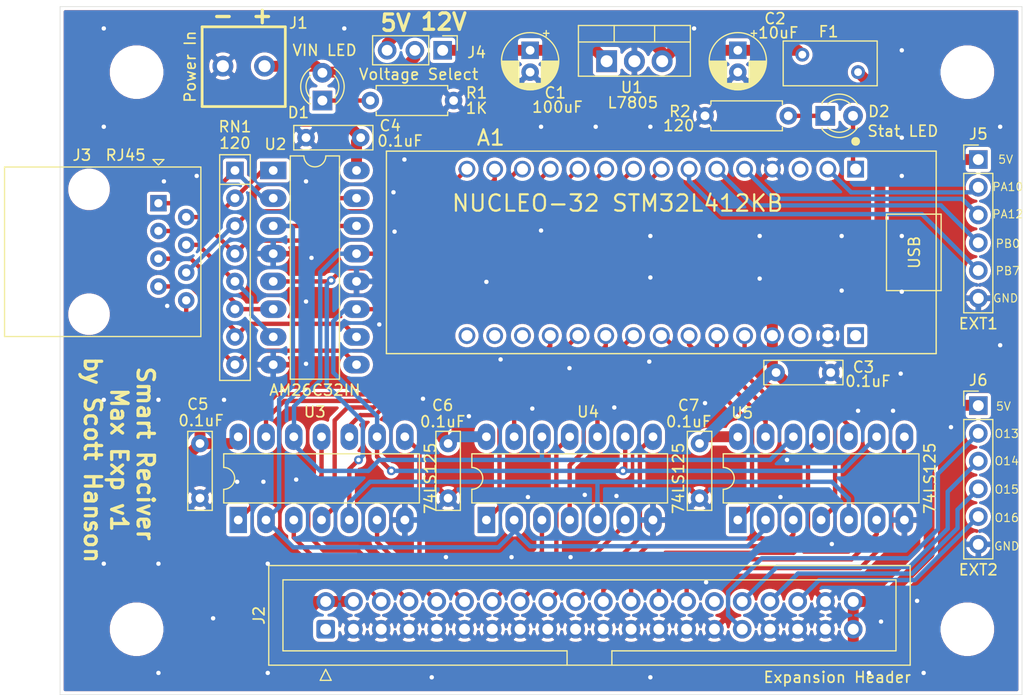
<source format=kicad_pcb>
(kicad_pcb (version 20171130) (host pcbnew "(5.1.9)-1")
  (title_block (title "Smart Reciver Max Exp") (date 2021-01-06) (rev v1) (company "Scott Hanson"))
  (layers (0 F.Cu signal) (31 B.Cu signal) (34 B.Paste user) (35 F.Paste user) (36 B.SilkS user) (37 F.SilkS user) (38 B.Mask user) (39 F.Mask user) (44 Edge.Cuts user))
  (net 0 "")
  (net 1 GND)
  (net 2 /PWR)
  (net 3 +5V)
  (net 4 +3V3)
  (net 5 VIN2)
  (net 6 EN4B)
  (net 7 EN3B)
  (net 8 EN2B)
  (net 9 EN1B)
  (net 10 EN4A)
  (net 11 EN3A)
  (net 12 EN2A)
  (net 13 EN1A)
  (net 14 EN4C)
  (net 15 EN3C)
  (net 16 EN2C)
  (net 17 EN1C)
  (net 18 DATA4)
  (net 19 DATA3)
  (net 20 DATA2)
  (net 21 DATA1)
  (net 22 "Net-(A1-Pad3.1)")
  (net 23 "Net-(A1-Pad4.1)")
  (net 24 "Net-(A1-Pad3.3)")
  (net 25 "Net-(A1-Pad4.3)")
  (net 26 "Net-(A1-Pad4.13)")
  (net 27 "Net-(A1-Pad4.15)")
  (net 28 /Serial/Serial4_N)
  (net 29 /Serial/Serial4_P)
  (net 30 /Serial/Serial2_N)
  (net 31 /Serial/Serial3_P)
  (net 32 /Serial/Serial3_N)
  (net 33 /Serial/Serial2_P)
  (net 34 /Serial/Serial1_N)
  (net 35 /Serial/Serial1_P)
  (net 36 5IN)
  (net 37 "Net-(J2-Pad30)")
  (net 38 OUT12)
  (net 39 OUT11)
  (net 40 OUT10)
  (net 41 OUT9)
  (net 42 OUT8)
  (net 43 OUT7)
  (net 44 OUT6)
  (net 45 OUT5)
  (net 46 OUT4)
  (net 47 OUT3)
  (net 48 OUT2)
  (net 49 OUT1)
  (net 50 "Net-(J2-Pad1)")
  (net 51 PA10)
  (net 52 PA12)
  (net 53 PB0)
  (net 54 PB7)
  (net 55 OUT16)
  (net 56 OUT15)
  (net 57 OUT14)
  (net 58 OUT13)
  (net 59 "Net-(D1-Pad1)")
  (net 60 "Net-(D2-Pad1)")
  (module NUCLEO:MODULE_NUCLEO-F303K8 (layer F.Cu) (at 171 81.5 270)
    (fp_text reference A1 (at -10.5 15.6 180) (layer F.SilkS) (effects (font (size 1.402378 1.402378) (thickness 0.2))))
    (fp_text value "NUCLEO-32 STM32L412KB" (at -4.5 4 180) (layer F.SilkS) (effects (font (size 1.5 1.5) (thickness 0.2))))
    (fp_text user USB (at 0 -23.15 90) (layer F.SilkS))
    (pad 3.1 thru_hole rect (at -7.62 -17.78 270) (size 1.53 1.53) (drill 1.02) (layers *.Cu *.Mask) (net 22 "Net-(A1-Pad3.1)"))
    (pad 4.1 thru_hole rect (at 7.62 -17.78 270) (size 1.53 1.53) (drill 1.02) (layers *.Cu *.Mask) (net 23 "Net-(A1-Pad4.1)"))
    (pad 3.2 thru_hole circle (at -7.62 -15.24 270) (size 1.53 1.53) (drill 1.02) (layers *.Cu *.Mask) (net 51 PA10))
    (pad 4.2 thru_hole circle (at 7.62 -15.24 270) (size 1.53 1.53) (drill 1.02) (layers *.Cu *.Mask) (net 1 GND))
    (pad 3.3 thru_hole circle (at -7.62 -12.7 270) (size 1.53 1.53) (drill 1.02) (layers *.Cu *.Mask) (net 24 "Net-(A1-Pad3.3)"))
    (pad 4.3 thru_hole circle (at 7.62 -12.7 270) (size 1.53 1.53) (drill 1.02) (layers *.Cu *.Mask) (net 25 "Net-(A1-Pad4.3)"))
    (pad 3.4 thru_hole circle (at -7.62 -10.16 270) (size 1.53 1.53) (drill 1.02) (layers *.Cu *.Mask) (net 1 GND))
    (pad 4.4 thru_hole circle (at 7.62 -10.16 270) (size 1.53 1.53) (drill 1.02) (layers *.Cu *.Mask) (net 3 +5V))
    (pad 3.5 thru_hole circle (at -7.62 -7.62 270) (size 1.53 1.53) (drill 1.02) (layers *.Cu *.Mask) (net 52 PA12))
    (pad 4.5 thru_hole circle (at 7.62 -7.62 270) (size 1.53 1.53) (drill 1.02) (layers *.Cu *.Mask) (net 14 EN4C))
    (pad 3.6 thru_hole circle (at -7.62 -5.08 270) (size 1.53 1.53) (drill 1.02) (layers *.Cu *.Mask) (net 53 PB0))
    (pad 4.6 thru_hole circle (at 7.62 -5.08 270) (size 1.53 1.53) (drill 1.02) (layers *.Cu *.Mask) (net 15 EN3C))
    (pad 3.7 thru_hole circle (at -7.62 -2.54 270) (size 1.53 1.53) (drill 1.02) (layers *.Cu *.Mask) (net 54 PB7))
    (pad 4.7 thru_hole circle (at 7.62 -2.54 270) (size 1.53 1.53) (drill 1.02) (layers *.Cu *.Mask) (net 16 EN2C))
    (pad 3.8 thru_hole circle (at -7.62 0 270) (size 1.53 1.53) (drill 1.02) (layers *.Cu *.Mask) (net 10 EN4A))
    (pad 4.8 thru_hole circle (at 7.62 0 270) (size 1.53 1.53) (drill 1.02) (layers *.Cu *.Mask) (net 17 EN1C))
    (pad 3.9 thru_hole circle (at -7.62 2.54 270) (size 1.53 1.53) (drill 1.02) (layers *.Cu *.Mask) (net 11 EN3A))
    (pad 4.9 thru_hole circle (at 7.62 2.54 270) (size 1.53 1.53) (drill 1.02) (layers *.Cu *.Mask) (net 6 EN4B))
    (pad 3.10 thru_hole circle (at -7.62 5.08 270) (size 1.53 1.53) (drill 1.02) (layers *.Cu *.Mask) (net 12 EN2A))
    (pad 4.10 thru_hole circle (at 7.62 5.08 270) (size 1.53 1.53) (drill 1.02) (layers *.Cu *.Mask) (net 7 EN3B))
    (pad 3.11 thru_hole circle (at -7.62 7.62 270) (size 1.53 1.53) (drill 1.02) (layers *.Cu *.Mask) (net 13 EN1A))
    (pad 4.11 thru_hole circle (at 7.62 7.62 270) (size 1.53 1.53) (drill 1.02) (layers *.Cu *.Mask) (net 8 EN2B))
    (pad 3.12 thru_hole circle (at -7.62 10.16 270) (size 1.53 1.53) (drill 1.02) (layers *.Cu *.Mask) (net 18 DATA4))
    (pad 4.12 thru_hole circle (at 7.62 10.16 270) (size 1.53 1.53) (drill 1.02) (layers *.Cu *.Mask) (net 9 EN1B))
    (pad 3.13 thru_hole circle (at -7.62 12.7 270) (size 1.53 1.53) (drill 1.02) (layers *.Cu *.Mask) (net 19 DATA3))
    (pad 4.13 thru_hole circle (at 7.62 12.7 270) (size 1.53 1.53) (drill 1.02) (layers *.Cu *.Mask) (net 26 "Net-(A1-Pad4.13)"))
    (pad 3.14 thru_hole circle (at -7.62 15.24 270) (size 1.53 1.53) (drill 1.02) (layers *.Cu *.Mask) (net 20 DATA2))
    (pad 4.14 thru_hole circle (at 7.62 15.24 270) (size 1.53 1.53) (drill 1.02) (layers *.Cu *.Mask) (net 4 +3V3))
    (pad 3.15 thru_hole circle (at -7.62 17.78 270) (size 1.53 1.53) (drill 1.02) (layers *.Cu *.Mask) (net 21 DATA1))
    (pad 4.15 thru_hole circle (at 7.62 17.78 270) (size 1.53 1.53) (drill 1.02) (layers *.Cu *.Mask) (net 27 "Net-(A1-Pad4.15)"))
  )
  (module Connector_PinHeader_2.54mm:PinHeader_1x06_P2.54mm_Vertical (layer F.Cu) (at 200 95.53)
    (fp_text reference J6 (at 0 -2.33) (layer F.SilkS))
    (fp_text value EXT2 (at 0 15.03) (layer F.SilkS))
    (pad 6 thru_hole oval (at 0 12.7) (size 1.7 1.7) (drill 1) (layers *.Cu *.Mask) (net 1 GND))
    (pad 5 thru_hole oval (at 0 10.16) (size 1.7 1.7) (drill 1) (layers *.Cu *.Mask) (net 55 OUT16))
    (pad 4 thru_hole oval (at 0 7.62) (size 1.7 1.7) (drill 1) (layers *.Cu *.Mask) (net 56 OUT15))
    (pad 3 thru_hole oval (at 0 5.08) (size 1.7 1.7) (drill 1) (layers *.Cu *.Mask) (net 57 OUT14))
    (pad 2 thru_hole oval (at 0 2.54) (size 1.7 1.7) (drill 1) (layers *.Cu *.Mask) (net 58 OUT13))
    (pad 1 thru_hole rect (at 0 0) (size 1.7 1.7) (drill 1) (layers *.Cu *.Mask) (net 3 +5V))
  )
  (module Connector_PinHeader_2.54mm:PinHeader_1x06_P2.54mm_Vertical (layer F.Cu) (at 200 73)
    (fp_text reference J5 (at 0 -2.33) (layer F.SilkS))
    (fp_text value EXT1 (at 0 15.03) (layer F.SilkS))
    (pad 6 thru_hole oval (at 0 12.7) (size 1.7 1.7) (drill 1) (layers *.Cu *.Mask) (net 1 GND))
    (pad 5 thru_hole oval (at 0 10.16) (size 1.7 1.7) (drill 1) (layers *.Cu *.Mask) (net 54 PB7))
    (pad 4 thru_hole oval (at 0 7.62) (size 1.7 1.7) (drill 1) (layers *.Cu *.Mask) (net 53 PB0))
    (pad 3 thru_hole oval (at 0 5.08) (size 1.7 1.7) (drill 1) (layers *.Cu *.Mask) (net 52 PA12))
    (pad 2 thru_hole oval (at 0 2.54) (size 1.7 1.7) (drill 1) (layers *.Cu *.Mask) (net 51 PA10))
    (pad 1 thru_hole rect (at 0 0) (size 1.7 1.7) (drill 1) (layers *.Cu *.Mask) (net 3 +5V))
  )
  (module Connector_IDC:IDC-Header_2x20_P2.54mm_Vertical (layer F.Cu) (at 140.3 116 90)
    (fp_text reference J2 (at 1.27 -6.1 90) (layer F.SilkS))
    (fp_text value "Expansion Header" (at -4.4 46.8 180) (layer F.SilkS))
    (pad 40 thru_hole circle (at 2.54 48.26 90) (size 1.7 1.7) (drill 1) (layers *.Cu *.Mask) (net 3 +5V))
    (pad 38 thru_hole circle (at 2.54 45.72 90) (size 1.7 1.7) (drill 1) (layers *.Cu *.Mask) (net 1 GND))
    (pad 36 thru_hole circle (at 2.54 43.18 90) (size 1.7 1.7) (drill 1) (layers *.Cu *.Mask) (net 55 OUT16))
    (pad 34 thru_hole circle (at 2.54 40.64 90) (size 1.7 1.7) (drill 1) (layers *.Cu *.Mask) (net 56 OUT15))
    (pad 32 thru_hole circle (at 2.54 38.1 90) (size 1.7 1.7) (drill 1) (layers *.Cu *.Mask) (net 57 OUT14))
    (pad 30 thru_hole circle (at 2.54 35.56 90) (size 1.7 1.7) (drill 1) (layers *.Cu *.Mask) (net 37 "Net-(J2-Pad30)"))
    (pad 28 thru_hole circle (at 2.54 33.02 90) (size 1.7 1.7) (drill 1) (layers *.Cu *.Mask) (net 38 OUT12))
    (pad 26 thru_hole circle (at 2.54 30.48 90) (size 1.7 1.7) (drill 1) (layers *.Cu *.Mask) (net 39 OUT11))
    (pad 24 thru_hole circle (at 2.54 27.94 90) (size 1.7 1.7) (drill 1) (layers *.Cu *.Mask) (net 40 OUT10))
    (pad 22 thru_hole circle (at 2.54 25.4 90) (size 1.7 1.7) (drill 1) (layers *.Cu *.Mask) (net 41 OUT9))
    (pad 20 thru_hole circle (at 2.54 22.86 90) (size 1.7 1.7) (drill 1) (layers *.Cu *.Mask) (net 42 OUT8))
    (pad 18 thru_hole circle (at 2.54 20.32 90) (size 1.7 1.7) (drill 1) (layers *.Cu *.Mask) (net 43 OUT7))
    (pad 16 thru_hole circle (at 2.54 17.78 90) (size 1.7 1.7) (drill 1) (layers *.Cu *.Mask) (net 44 OUT6))
    (pad 14 thru_hole circle (at 2.54 15.24 90) (size 1.7 1.7) (drill 1) (layers *.Cu *.Mask) (net 45 OUT5))
    (pad 12 thru_hole circle (at 2.54 12.7 90) (size 1.7 1.7) (drill 1) (layers *.Cu *.Mask) (net 46 OUT4))
    (pad 10 thru_hole circle (at 2.54 10.16 90) (size 1.7 1.7) (drill 1) (layers *.Cu *.Mask) (net 47 OUT3))
    (pad 8 thru_hole circle (at 2.54 7.62 90) (size 1.7 1.7) (drill 1) (layers *.Cu *.Mask) (net 48 OUT2))
    (pad 6 thru_hole circle (at 2.54 5.08 90) (size 1.7 1.7) (drill 1) (layers *.Cu *.Mask) (net 49 OUT1))
    (pad 4 thru_hole circle (at 2.54 2.54 90) (size 1.7 1.7) (drill 1) (layers *.Cu *.Mask) (net 3 +5V))
    (pad 2 thru_hole circle (at 2.54 0 90) (size 1.7 1.7) (drill 1) (layers *.Cu *.Mask) (net 3 +5V))
    (pad 39 thru_hole circle (at 0 48.26 90) (size 1.7 1.7) (drill 1) (layers *.Cu *.Mask) (net 3 +5V))
    (pad 37 thru_hole circle (at 0 45.72 90) (size 1.7 1.7) (drill 1) (layers *.Cu *.Mask) (net 1 GND))
    (pad 35 thru_hole circle (at 0 43.18 90) (size 1.7 1.7) (drill 1) (layers *.Cu *.Mask) (net 1 GND))
    (pad 33 thru_hole circle (at 0 40.64 90) (size 1.7 1.7) (drill 1) (layers *.Cu *.Mask) (net 1 GND))
    (pad 31 thru_hole circle (at 0 38.1 90) (size 1.7 1.7) (drill 1) (layers *.Cu *.Mask) (net 58 OUT13))
    (pad 29 thru_hole circle (at 0 35.56 90) (size 1.7 1.7) (drill 1) (layers *.Cu *.Mask) (net 1 GND))
    (pad 27 thru_hole circle (at 0 33.02 90) (size 1.7 1.7) (drill 1) (layers *.Cu *.Mask) (net 1 GND))
    (pad 25 thru_hole circle (at 0 30.48 90) (size 1.7 1.7) (drill 1) (layers *.Cu *.Mask) (net 1 GND))
    (pad 23 thru_hole circle (at 0 27.94 90) (size 1.7 1.7) (drill 1) (layers *.Cu *.Mask) (net 1 GND))
    (pad 21 thru_hole circle (at 0 25.4 90) (size 1.7 1.7) (drill 1) (layers *.Cu *.Mask) (net 1 GND))
    (pad 19 thru_hole circle (at 0 22.86 90) (size 1.7 1.7) (drill 1) (layers *.Cu *.Mask) (net 1 GND))
    (pad 17 thru_hole circle (at 0 20.32 90) (size 1.7 1.7) (drill 1) (layers *.Cu *.Mask) (net 1 GND))
    (pad 15 thru_hole circle (at 0 17.78 90) (size 1.7 1.7) (drill 1) (layers *.Cu *.Mask) (net 1 GND))
    (pad 13 thru_hole circle (at 0 15.24 90) (size 1.7 1.7) (drill 1) (layers *.Cu *.Mask) (net 1 GND))
    (pad 11 thru_hole circle (at 0 12.7 90) (size 1.7 1.7) (drill 1) (layers *.Cu *.Mask) (net 1 GND))
    (pad 9 thru_hole circle (at 0 10.16 90) (size 1.7 1.7) (drill 1) (layers *.Cu *.Mask) (net 1 GND))
    (pad 7 thru_hole circle (at 0 7.62 90) (size 1.7 1.7) (drill 1) (layers *.Cu *.Mask) (net 1 GND))
    (pad 5 thru_hole circle (at 0 5.08 90) (size 1.7 1.7) (drill 1) (layers *.Cu *.Mask) (net 1 GND))
    (pad 3 thru_hole circle (at 0 2.54 90) (size 1.7 1.7) (drill 1) (layers *.Cu *.Mask) (net 1 GND))
    (pad 1 thru_hole roundrect (at 0 0 90) (size 1.7 1.7) (drill 1) (layers *.Cu *.Mask) (roundrect_rratio 0.1470588235294118) (net 50 "Net-(J2-Pad1)"))
  )
  (module MKDS1_2-3.81:PHOENIX_MKDS1_2-3.81 (layer F.Cu) (at 132.8 64.5 180)
    (fp_text reference J1 (at -5 4 180) (layer F.SilkS) (effects (font (size 1.00179 1.00179))))
    (fp_text value "Power In" (at 4.9 0 90) (layer F.SilkS) (effects (font (size 1.00045 1.00045))))
    (pad 2 thru_hole circle (at 1.90444 0.050459 180) (size 1.904 1.904) (drill 1.1) (layers *.Cu *.Mask) (net 1 GND))
    (pad 1 thru_hole circle (at -1.90556 0.050459 180) (size 1.904 1.904) (drill 1.1) (layers *.Cu *.Mask) (net 5 VIN2))
  )
  (module MountingHole:MountingHole_4.3mm_M4 (layer F.Cu) (at 199 65)
    (fp_text reference H4)
    (fp_text value MountingHole)
    (pad 1 np_thru_hole circle (at 0 0) (size 4.3 4.3) (drill 4.3) (layers *.Cu *.Mask))
  )
  (module MountingHole:MountingHole_4.3mm_M4 (layer F.Cu) (at 199 116)
    (fp_text reference H3)
    (fp_text value MountingHole)
    (pad 1 np_thru_hole circle (at 0 0) (size 4.3 4.3) (drill 4.3) (layers *.Cu *.Mask))
  )
  (module MountingHole:MountingHole_4.3mm_M4 (layer F.Cu) (at 123 116)
    (fp_text reference H2)
    (fp_text value MountingHole)
    (pad 1 np_thru_hole circle (at 0 0) (size 4.3 4.3) (drill 4.3) (layers *.Cu *.Mask))
  )
  (module MountingHole:MountingHole_4.3mm_M4 (layer F.Cu) (at 123 65)
    (fp_text reference H1)
    (fp_text value MountingHole)
    (pad 1 np_thru_hole circle (at 0 0) (size 4.3 4.3) (drill 4.3) (layers *.Cu *.Mask))
  )
  (module Capacitor_THT:C_Rect_L7.0mm_W2.0mm_P5.00mm (layer F.Cu) (at 174.5 99 270)
    (fp_text reference C7 (at -3.5 1 180) (layer F.SilkS))
    (fp_text value 0.1uF (at -2 1 180) (layer F.SilkS))
    (pad 2 thru_hole circle (at 5 0 270) (size 1.6 1.6) (drill 0.8) (layers *.Cu *.Mask) (net 1 GND))
    (pad 1 thru_hole circle (at 0 0 270) (size 1.6 1.6) (drill 0.8) (layers *.Cu *.Mask) (net 3 +5V))
  )
  (module Capacitor_THT:C_Rect_L7.0mm_W2.0mm_P5.00mm (layer F.Cu) (at 181.5 92.5)
    (fp_text reference C3 (at 8 -0.5) (layer F.SilkS))
    (fp_text value 0.1uF (at 8.4 0.8) (layer F.SilkS))
    (pad 2 thru_hole circle (at 5 0) (size 1.6 1.6) (drill 0.8) (layers *.Cu *.Mask) (net 1 GND))
    (pad 1 thru_hole circle (at 0 0) (size 1.6 1.6) (drill 0.8) (layers *.Cu *.Mask) (net 3 +5V))
  )
  (module Package_DIP:DIP-14_W7.62mm_LongPads (layer F.Cu) (at 178 106 90)
    (fp_text reference U5 (at 9.8 0.4 180) (layer F.SilkS))
    (fp_text value 74LS125 (at 3.81 17.57 90) (layer F.SilkS))
    (pad 14 thru_hole oval (at 7.62 0 90) (size 2.4 1.6) (drill 0.8) (layers *.Cu *.Mask) (net 3 +5V))
    (pad 7 thru_hole oval (at 0 15.24 90) (size 2.4 1.6) (drill 0.8) (layers *.Cu *.Mask) (net 1 GND))
    (pad 13 thru_hole oval (at 7.62 2.54 90) (size 2.4 1.6) (drill 0.8) (layers *.Cu *.Mask) (net 16 EN2C))
    (pad 6 thru_hole oval (at 0 12.7 90) (size 2.4 1.6) (drill 0.8) (layers *.Cu *.Mask) (net 39 OUT11))
    (pad 12 thru_hole oval (at 7.62 5.08 90) (size 2.4 1.6) (drill 0.8) (layers *.Cu *.Mask) (net 20 DATA2))
    (pad 5 thru_hole oval (at 0 10.16 90) (size 2.4 1.6) (drill 0.8) (layers *.Cu *.Mask) (net 19 DATA3))
    (pad 11 thru_hole oval (at 7.62 7.62 90) (size 2.4 1.6) (drill 0.8) (layers *.Cu *.Mask) (net 40 OUT10))
    (pad 4 thru_hole oval (at 0 7.62 90) (size 2.4 1.6) (drill 0.8) (layers *.Cu *.Mask) (net 15 EN3C))
    (pad 10 thru_hole oval (at 7.62 10.16 90) (size 2.4 1.6) (drill 0.8) (layers *.Cu *.Mask) (net 14 EN4C))
    (pad 3 thru_hole oval (at 0 5.08 90) (size 2.4 1.6) (drill 0.8) (layers *.Cu *.Mask) (net 41 OUT9))
    (pad 9 thru_hole oval (at 7.62 12.7 90) (size 2.4 1.6) (drill 0.8) (layers *.Cu *.Mask) (net 18 DATA4))
    (pad 2 thru_hole oval (at 0 2.54 90) (size 2.4 1.6) (drill 0.8) (layers *.Cu *.Mask) (net 21 DATA1))
    (pad 8 thru_hole oval (at 7.62 15.24 90) (size 2.4 1.6) (drill 0.8) (layers *.Cu *.Mask) (net 38 OUT12))
    (pad 1 thru_hole rect (at 0 0 90) (size 2.4 1.6) (drill 0.8) (layers *.Cu *.Mask) (net 17 EN1C))
  )
  (module Package_DIP:DIP-14_W7.62mm_LongPads (layer F.Cu) (at 155 106 90)
    (fp_text reference U4 (at 9.9 9.3 180) (layer F.SilkS))
    (fp_text value 74LS125 (at 3.81 17.57 90) (layer F.SilkS))
    (pad 14 thru_hole oval (at 7.62 0 90) (size 2.4 1.6) (drill 0.8) (layers *.Cu *.Mask) (net 3 +5V))
    (pad 7 thru_hole oval (at 0 15.24 90) (size 2.4 1.6) (drill 0.8) (layers *.Cu *.Mask) (net 1 GND))
    (pad 13 thru_hole oval (at 7.62 2.54 90) (size 2.4 1.6) (drill 0.8) (layers *.Cu *.Mask) (net 8 EN2B))
    (pad 6 thru_hole oval (at 0 12.7 90) (size 2.4 1.6) (drill 0.8) (layers *.Cu *.Mask) (net 43 OUT7))
    (pad 12 thru_hole oval (at 7.62 5.08 90) (size 2.4 1.6) (drill 0.8) (layers *.Cu *.Mask) (net 20 DATA2))
    (pad 5 thru_hole oval (at 0 10.16 90) (size 2.4 1.6) (drill 0.8) (layers *.Cu *.Mask) (net 19 DATA3))
    (pad 11 thru_hole oval (at 7.62 7.62 90) (size 2.4 1.6) (drill 0.8) (layers *.Cu *.Mask) (net 44 OUT6))
    (pad 4 thru_hole oval (at 0 7.62 90) (size 2.4 1.6) (drill 0.8) (layers *.Cu *.Mask) (net 7 EN3B))
    (pad 10 thru_hole oval (at 7.62 10.16 90) (size 2.4 1.6) (drill 0.8) (layers *.Cu *.Mask) (net 6 EN4B))
    (pad 3 thru_hole oval (at 0 5.08 90) (size 2.4 1.6) (drill 0.8) (layers *.Cu *.Mask) (net 45 OUT5))
    (pad 9 thru_hole oval (at 7.62 12.7 90) (size 2.4 1.6) (drill 0.8) (layers *.Cu *.Mask) (net 18 DATA4))
    (pad 2 thru_hole oval (at 0 2.54 90) (size 2.4 1.6) (drill 0.8) (layers *.Cu *.Mask) (net 21 DATA1))
    (pad 8 thru_hole oval (at 7.62 15.24 90) (size 2.4 1.6) (drill 0.8) (layers *.Cu *.Mask) (net 42 OUT8))
    (pad 1 thru_hole rect (at 0 0 90) (size 2.4 1.6) (drill 0.8) (layers *.Cu *.Mask) (net 9 EN1B))
  )
  (module Package_DIP:DIP-14_W7.62mm_LongPads (layer F.Cu) (at 132.3 106 90)
    (fp_text reference U3 (at 9.9 7 180) (layer F.SilkS))
    (fp_text value 74LS125 (at 3.81 17.57 90) (layer F.SilkS))
    (pad 14 thru_hole oval (at 7.62 0 90) (size 2.4 1.6) (drill 0.8) (layers *.Cu *.Mask) (net 3 +5V))
    (pad 7 thru_hole oval (at 0 15.24 90) (size 2.4 1.6) (drill 0.8) (layers *.Cu *.Mask) (net 1 GND))
    (pad 13 thru_hole oval (at 7.62 2.54 90) (size 2.4 1.6) (drill 0.8) (layers *.Cu *.Mask) (net 12 EN2A))
    (pad 6 thru_hole oval (at 0 12.7 90) (size 2.4 1.6) (drill 0.8) (layers *.Cu *.Mask) (net 47 OUT3))
    (pad 12 thru_hole oval (at 7.62 5.08 90) (size 2.4 1.6) (drill 0.8) (layers *.Cu *.Mask) (net 20 DATA2))
    (pad 5 thru_hole oval (at 0 10.16 90) (size 2.4 1.6) (drill 0.8) (layers *.Cu *.Mask) (net 19 DATA3))
    (pad 11 thru_hole oval (at 7.62 7.62 90) (size 2.4 1.6) (drill 0.8) (layers *.Cu *.Mask) (net 48 OUT2))
    (pad 4 thru_hole oval (at 0 7.62 90) (size 2.4 1.6) (drill 0.8) (layers *.Cu *.Mask) (net 11 EN3A))
    (pad 10 thru_hole oval (at 7.62 10.16 90) (size 2.4 1.6) (drill 0.8) (layers *.Cu *.Mask) (net 10 EN4A))
    (pad 3 thru_hole oval (at 0 5.08 90) (size 2.4 1.6) (drill 0.8) (layers *.Cu *.Mask) (net 49 OUT1))
    (pad 9 thru_hole oval (at 7.62 12.7 90) (size 2.4 1.6) (drill 0.8) (layers *.Cu *.Mask) (net 18 DATA4))
    (pad 2 thru_hole oval (at 0 2.54 90) (size 2.4 1.6) (drill 0.8) (layers *.Cu *.Mask) (net 21 DATA1))
    (pad 8 thru_hole oval (at 7.62 15.24 90) (size 2.4 1.6) (drill 0.8) (layers *.Cu *.Mask) (net 46 OUT4))
    (pad 1 thru_hole rect (at 0 0 90) (size 2.4 1.6) (drill 0.8) (layers *.Cu *.Mask) (net 13 EN1A))
  )
  (module Package_DIP:DIP-16_W7.62mm_LongPads (layer F.Cu) (at 135.5 74)
    (fp_text reference U2 (at 0.2 -2.4) (layer F.SilkS))
    (fp_text value AM26C32IN (at 3.81 20.11) (layer F.SilkS))
    (pad 16 thru_hole oval (at 7.62 0) (size 2.4 1.6) (drill 0.8) (layers *.Cu *.Mask) (net 3 +5V))
    (pad 8 thru_hole oval (at 0 17.78) (size 2.4 1.6) (drill 0.8) (layers *.Cu *.Mask) (net 1 GND))
    (pad 15 thru_hole oval (at 7.62 2.54) (size 2.4 1.6) (drill 0.8) (layers *.Cu *.Mask) (net 30 /Serial/Serial2_N))
    (pad 7 thru_hole oval (at 0 15.24) (size 2.4 1.6) (drill 0.8) (layers *.Cu *.Mask) (net 32 /Serial/Serial3_N))
    (pad 14 thru_hole oval (at 7.62 5.08) (size 2.4 1.6) (drill 0.8) (layers *.Cu *.Mask) (net 33 /Serial/Serial2_P))
    (pad 6 thru_hole oval (at 0 12.7) (size 2.4 1.6) (drill 0.8) (layers *.Cu *.Mask) (net 31 /Serial/Serial3_P))
    (pad 13 thru_hole oval (at 7.62 7.62) (size 2.4 1.6) (drill 0.8) (layers *.Cu *.Mask) (net 20 DATA2))
    (pad 5 thru_hole oval (at 0 10.16) (size 2.4 1.6) (drill 0.8) (layers *.Cu *.Mask) (net 19 DATA3))
    (pad 12 thru_hole oval (at 7.62 10.16) (size 2.4 1.6) (drill 0.8) (layers *.Cu *.Mask) (net 1 GND))
    (pad 4 thru_hole oval (at 0 7.62) (size 2.4 1.6) (drill 0.8) (layers *.Cu *.Mask) (net 1 GND))
    (pad 11 thru_hole oval (at 7.62 12.7) (size 2.4 1.6) (drill 0.8) (layers *.Cu *.Mask) (net 18 DATA4))
    (pad 3 thru_hole oval (at 0 5.08) (size 2.4 1.6) (drill 0.8) (layers *.Cu *.Mask) (net 21 DATA1))
    (pad 10 thru_hole oval (at 7.62 15.24) (size 2.4 1.6) (drill 0.8) (layers *.Cu *.Mask) (net 29 /Serial/Serial4_P))
    (pad 2 thru_hole oval (at 0 2.54) (size 2.4 1.6) (drill 0.8) (layers *.Cu *.Mask) (net 35 /Serial/Serial1_P))
    (pad 9 thru_hole oval (at 7.62 17.78) (size 2.4 1.6) (drill 0.8) (layers *.Cu *.Mask) (net 28 /Serial/Serial4_N))
    (pad 1 thru_hole rect (at 0 0) (size 2.4 1.6) (drill 0.8) (layers *.Cu *.Mask) (net 34 /Serial/Serial1_N))
  )
  (module Resistor_THT:R_Array_SIP8 (layer F.Cu) (at 132 74 270)
    (fp_text reference RN1 (at -4 0 180) (layer F.SilkS))
    (fp_text value 120 (at -2.5 0 180) (layer F.SilkS))
    (pad 8 thru_hole oval (at 17.78 0 270) (size 1.6 1.6) (drill 0.8) (layers *.Cu *.Mask) (net 28 /Serial/Serial4_N))
    (pad 7 thru_hole oval (at 15.24 0 270) (size 1.6 1.6) (drill 0.8) (layers *.Cu *.Mask) (net 29 /Serial/Serial4_P))
    (pad 6 thru_hole oval (at 12.7 0 270) (size 1.6 1.6) (drill 0.8) (layers *.Cu *.Mask) (net 31 /Serial/Serial3_P))
    (pad 5 thru_hole oval (at 10.16 0 270) (size 1.6 1.6) (drill 0.8) (layers *.Cu *.Mask) (net 32 /Serial/Serial3_N))
    (pad 4 thru_hole oval (at 7.62 0 270) (size 1.6 1.6) (drill 0.8) (layers *.Cu *.Mask) (net 33 /Serial/Serial2_P))
    (pad 3 thru_hole oval (at 5.08 0 270) (size 1.6 1.6) (drill 0.8) (layers *.Cu *.Mask) (net 30 /Serial/Serial2_N))
    (pad 2 thru_hole oval (at 2.54 0 270) (size 1.6 1.6) (drill 0.8) (layers *.Cu *.Mask) (net 34 /Serial/Serial1_N))
    (pad 1 thru_hole rect (at 0 0 270) (size 1.6 1.6) (drill 0.8) (layers *.Cu *.Mask) (net 35 /Serial/Serial1_P))
  )
  (module Resistor_THT:R_Axial_DIN0207_L6.3mm_D2.5mm_P7.62mm_Horizontal (layer F.Cu) (at 175 69)
    (fp_text reference R2 (at -2.3 -0.4 180) (layer F.SilkS))
    (fp_text value 120 (at -2.4 0.9) (layer F.SilkS))
    (pad 2 thru_hole oval (at 7.62 0) (size 1.6 1.6) (drill 0.8) (layers *.Cu *.Mask) (net 60 "Net-(D2-Pad1)"))
    (pad 1 thru_hole circle (at 0 0) (size 1.6 1.6) (drill 0.8) (layers *.Cu *.Mask) (net 1 GND))
  )
  (module Resistor_THT:R_Axial_DIN0207_L6.3mm_D2.5mm_P7.62mm_Horizontal (layer F.Cu) (at 152 67.6 180)
    (fp_text reference R1 (at -2.1 0.7) (layer F.SilkS))
    (fp_text value 1K (at -2.1 -0.7) (layer F.SilkS))
    (pad 2 thru_hole oval (at 7.62 0 180) (size 1.6 1.6) (drill 0.8) (layers *.Cu *.Mask) (net 59 "Net-(D1-Pad1)"))
    (pad 1 thru_hole circle (at 0 0 180) (size 1.6 1.6) (drill 0.8) (layers *.Cu *.Mask) (net 1 GND))
  )
  (module Fuse:Fuse_BelFuse_0ZRE0005FF_L8.3mm_W3.8mm (layer F.Cu) (at 189 65 180)
    (fp_text reference F1 (at 2.7 3.7) (layer F.SilkS))
    (fp_text value Fuse)
    (pad 1 thru_hole circle (at 0 0 180) (size 1.27 1.27) (drill 0.71) (layers *.Cu *.Mask) (net 3 +5V))
    (pad 2 thru_hole circle (at 5.1 1.6 180) (size 1.27 1.27) (drill 0.71) (layers *.Cu *.Mask) (net 36 5IN))
  )
  (module LED_THT:LED_D3.0mm_Clear (layer F.Cu) (at 186 69)
    (fp_text reference D2 (at 4.9 -0.4) (layer F.SilkS))
    (fp_text value "Stat LED" (at 7.1 1.4 180) (layer F.SilkS))
    (pad 2 thru_hole circle (at 2.54 0) (size 1.8 1.8) (drill 0.9) (layers *.Cu *.Mask) (net 22 "Net-(A1-Pad3.1)"))
    (pad 1 thru_hole rect (at 0 0) (size 1.8 1.8) (drill 0.9) (layers *.Cu *.Mask) (net 60 "Net-(D2-Pad1)"))
  )
  (module LED_THT:LED_D3.0mm_Clear (layer F.Cu) (at 140 67.6 90)
    (fp_text reference D1 (at -1.1 -2.2 180) (layer F.SilkS))
    (fp_text value "VIN LED" (at 4.6 0.2 180) (layer F.SilkS))
    (pad 2 thru_hole circle (at 2.54 0 90) (size 1.8 1.8) (drill 0.9) (layers *.Cu *.Mask) (net 5 VIN2))
    (pad 1 thru_hole rect (at 0 0 90) (size 1.8 1.8) (drill 0.9) (layers *.Cu *.Mask) (net 59 "Net-(D1-Pad1)"))
  )
  (module Capacitor_THT:C_Rect_L7.0mm_W2.0mm_P5.00mm (layer F.Cu) (at 151.5 99 270)
    (fp_text reference C6 (at -3.5 0.5 180) (layer F.SilkS))
    (fp_text value 0.1uF (at -2 0.5 180) (layer F.SilkS))
    (pad 2 thru_hole circle (at 5 0 270) (size 1.6 1.6) (drill 0.8) (layers *.Cu *.Mask) (net 1 GND))
    (pad 1 thru_hole circle (at 0 0 270) (size 1.6 1.6) (drill 0.8) (layers *.Cu *.Mask) (net 3 +5V))
  )
  (module Capacitor_THT:C_Rect_L7.0mm_W2.0mm_P5.00mm (layer F.Cu) (at 128.8 99 270)
    (fp_text reference C5 (at -3.6 0.2 180) (layer F.SilkS))
    (fp_text value 0.1uF (at -2.1 -0.1 180) (layer F.SilkS))
    (pad 2 thru_hole circle (at 5 0 270) (size 1.6 1.6) (drill 0.8) (layers *.Cu *.Mask) (net 1 GND))
    (pad 1 thru_hole circle (at 0 0 270) (size 1.6 1.6) (drill 0.8) (layers *.Cu *.Mask) (net 3 +5V))
  )
  (module Capacitor_THT:C_Rect_L7.0mm_W2.0mm_P5.00mm (layer F.Cu) (at 143.5 71 180)
    (fp_text reference C4 (at -2.7 1.1) (layer F.SilkS))
    (fp_text value 0.1uF (at -3.6 -0.3) (layer F.SilkS))
    (pad 2 thru_hole circle (at 5 0 180) (size 1.6 1.6) (drill 0.8) (layers *.Cu *.Mask) (net 1 GND))
    (pad 1 thru_hole circle (at 0 0 180) (size 1.6 1.6) (drill 0.8) (layers *.Cu *.Mask) (net 3 +5V))
  )
  (module Capacitor_THT:CP_Radial_D5.0mm_P2.00mm (layer F.Cu) (at 178 63 270)
    (fp_text reference C2 (at -2.9 -3.4 180) (layer F.SilkS))
    (fp_text value 10uF (at -1.6 -3.7 180) (layer F.SilkS))
    (pad 2 thru_hole circle (at 2 0 270) (size 1.6 1.6) (drill 0.8) (layers *.Cu *.Mask) (net 1 GND))
    (pad 1 thru_hole rect (at 0 0 270) (size 1.6 1.6) (drill 0.8) (layers *.Cu *.Mask) (net 36 5IN))
  )
  (module Capacitor_THT:CP_Radial_D5.0mm_P2.00mm (layer F.Cu) (at 159 63 270)
    (fp_text reference C1 (at 3.9 -2.3 180) (layer F.SilkS))
    (fp_text value 100uF (at 5.2 -2.5 180) (layer F.SilkS))
    (pad 2 thru_hole circle (at 2 0 270) (size 1.6 1.6) (drill 0.8) (layers *.Cu *.Mask) (net 1 GND))
    (pad 1 thru_hole rect (at 0 0 270) (size 1.6 1.6) (drill 0.8) (layers *.Cu *.Mask) (net 2 /PWR))
  )
  (module Package_TO_SOT_THT:TO-220-3_Vertical (layer F.Cu) (at 166 64)
    (fp_text reference U1 (at 2.3 2.4) (layer F.SilkS))
    (fp_text value L7805 (at 2.4 3.8) (layer F.SilkS))
    (pad 3 thru_hole oval (at 5.08 0) (size 1.905 2) (drill 1.1) (layers *.Cu *.Mask) (net 36 5IN))
    (pad 2 thru_hole oval (at 2.54 0) (size 1.905 2) (drill 1.1) (layers *.Cu *.Mask) (net 1 GND))
    (pad 1 thru_hole rect (at 0 0) (size 1.905 2) (drill 1.1) (layers *.Cu *.Mask) (net 2 /PWR))
  )
  (module Connector_PinHeader_2.54mm:PinHeader_1x03_P2.54mm_Vertical (layer F.Cu) (at 151 63 270)
    (fp_text reference J4 (at 0.2 -3.1) (layer F.SilkS))
    (fp_text value VIN_Voltage)
    (pad 3 thru_hole oval (at 0 5.08 270) (size 1.7 1.7) (drill 1) (layers *.Cu *.Mask) (net 36 5IN))
    (pad 2 thru_hole oval (at 0 2.54 270) (size 1.7 1.7) (drill 1) (layers *.Cu *.Mask) (net 5 VIN2))
    (pad 1 thru_hole rect (at 0 0 270) (size 1.7 1.7) (drill 1) (layers *.Cu *.Mask) (net 2 /PWR))
  )
  (module Connector_RJ:RJ45_Amphenol_54602-x08_Horizontal (layer F.Cu) (at 125 77 270)
    (fp_text reference J3 (at -4.4 7) (layer F.SilkS))
    (fp_text value RJ45 (at -4.4 3 180) (layer F.SilkS))
    (pad 8 thru_hole circle (at 8.89 -2.54 270) (size 1.5 1.5) (drill 0.76) (layers *.Cu *.Mask) (net 28 /Serial/Serial4_N))
    (pad 7 thru_hole circle (at 7.62 0 270) (size 1.5 1.5) (drill 0.76) (layers *.Cu *.Mask) (net 29 /Serial/Serial4_P))
    (pad 6 thru_hole circle (at 6.35 -2.54 270) (size 1.5 1.5) (drill 0.76) (layers *.Cu *.Mask) (net 30 /Serial/Serial2_N))
    (pad 5 thru_hole circle (at 5.08 0 270) (size 1.5 1.5) (drill 0.76) (layers *.Cu *.Mask) (net 31 /Serial/Serial3_P))
    (pad 4 thru_hole circle (at 3.81 -2.54 270) (size 1.5 1.5) (drill 0.76) (layers *.Cu *.Mask) (net 32 /Serial/Serial3_N))
    (pad 3 thru_hole circle (at 2.54 0 270) (size 1.5 1.5) (drill 0.76) (layers *.Cu *.Mask) (net 33 /Serial/Serial2_P))
    (pad 2 thru_hole circle (at 1.27 -2.54 270) (size 1.5 1.5) (drill 0.76) (layers *.Cu *.Mask) (net 34 /Serial/Serial1_N))
    (pad 1 thru_hole rect (at 0 0 270) (size 1.5 1.5) (drill 0.76) (layers *.Cu *.Mask) (net 35 /Serial/Serial1_P))
    (pad "" np_thru_hole circle (at -1.27 6.35 270) (size 3.2 3.2) (drill 3.2) (layers *.Cu *.Mask))
    (pad "" np_thru_hole circle (at 10.16 6.35 270) (size 3.2 3.2) (drill 3.2) (layers *.Cu *.Mask))
  )
  (gr_text O16 (at 202.6 105.8) (layer F.SilkS) (effects (font (size 0.75 0.75) (thickness 0.1))))
  (gr_text O15 (at 202.6 103.2) (layer F.SilkS) (effects (font (size 0.75 0.75) (thickness 0.1))))
  (gr_text O14 (at 202.6 100.6) (layer F.SilkS) (effects (font (size 0.75 0.75) (thickness 0.1))))
  (gr_text O13 (at 202.6 98.1) (layer F.SilkS) (effects (font (size 0.75 0.75) (thickness 0.1))))
  (gr_text GND (at 202.6 108.4) (layer F.SilkS) (effects (font (size 0.75 0.75) (thickness 0.1))))
  (gr_text 5V (at 202.3 95.6) (layer F.SilkS) (effects (font (size 0.75 0.75) (thickness 0.1))))
  (gr_text 5V (at 202.5 73) (layer F.SilkS) (effects (font (size 0.75 0.75) (thickness 0.1))))
  (gr_text GND (at 202.5 85.7) (layer F.SilkS) (effects (font (size 0.75 0.75) (thickness 0.1))))
  (gr_text PB7 (at 202.7 83.2) (layer F.SilkS) (effects (font (size 0.75 0.75) (thickness 0.1))))
  (gr_text PB0 (at 202.7 80.7) (layer F.SilkS) (effects (font (size 0.75 0.75) (thickness 0.1))))
  (gr_text PA12 (at 202.7 78) (layer F.SilkS) (effects (font (size 0.75 0.75) (thickness 0.1))))
  (gr_text PA10 (at 202.7 75.5) (layer F.SilkS) (effects (font (size 0.75 0.75) (thickness 0.1))))
  (gr_line (start 116 122) (end 204 122) (layer Edge.Cuts) (width 0.05))
  (gr_line (start 116 59) (end 116 122) (layer Edge.Cuts) (width 0.05))
  (gr_line (start 204 59) (end 116 59) (layer Edge.Cuts) (width 0.05))
  (gr_line (start 204 122) (end 204 59) (layer Edge.Cuts) (width 0.05))
  (gr_text "Smart Reciver \nMax Exp v1\nby Scott Hanson" (at 121.4 100.5 -90) (layer F.SilkS) (effects (font (size 1.5 1.5) (thickness 0.3))))
  (gr_text "Voltage Select" (at 148.8 65.2) (layer F.SilkS) (effects (font (size 1 1))))
  (gr_text 12V (at 151.1 60.4) (layer F.SilkS) (effects (font (size 1.5 1.5) (thickness 0.3))))
  (gr_text 5V (at 146.7 60.5) (layer F.SilkS) (effects (font (size 1.5 1.5) (thickness 0.3))))
  (gr_text + (at 134.5 59.8) (layer F.SilkS) (effects (font (size 1.5 1.5) (thickness 0.3))))
  (gr_text - (at 130.9 59.8) (layer F.SilkS) (effects (font (size 1.5 1.5) (thickness 0.3))))
  (via (at 139 82) (size 0.8) (drill 0.4) (layers F.Cu B.Cu) (net 1))
  (via (at 146.5 76) (size 0.8) (drill 0.4) (layers F.Cu B.Cu) (net 1))
  (via (at 169.9 91.5) (size 0.8) (drill 0.4) (layers F.Cu B.Cu) (net 1))
  (via (at 147.5 73) (size 0.8) (drill 0.4) (layers F.Cu B.Cu) (net 1))
  (via (at 125.5 75) (size 0.8) (drill 0.4) (layers F.Cu B.Cu) (net 1))
  (via (at 128.5 74.5) (size 0.8) (drill 0.4) (layers F.Cu B.Cu) (net 1))
  (via (at 138.5 75) (size 0.8) (drill 0.4) (layers F.Cu B.Cu) (net 1))
  (via (at 155 84.2) (size 0.8) (drill 0.4) (layers F.Cu B.Cu) (net 1))
  (via (at 160 79.5) (size 0.8) (drill 0.4) (layers F.Cu B.Cu) (net 1))
  (via (at 180 83.9) (size 0.8) (drill 0.4) (layers F.Cu B.Cu) (net 1))
  (via (at 180 80) (size 0.8) (drill 0.4) (layers F.Cu B.Cu) (net 1))
  (via (at 170 80) (size 0.8) (drill 0.4) (layers F.Cu B.Cu) (net 1))
  (via (at 138.5 91.7) (size 0.8) (drill 0.4) (layers F.Cu B.Cu) (net 1))
  (via (at 149.2 94.9) (size 0.8) (drill 0.4) (layers F.Cu B.Cu) (net 1))
  (via (at 193 80) (size 0.8) (drill 0.4) (layers F.Cu B.Cu) (net 1))
  (via (at 192.9 92.6) (size 0.8) (drill 0.4) (layers F.Cu B.Cu) (net 1))
  (via (at 195 120) (size 0.8) (drill 0.4) (layers F.Cu B.Cu) (net 1))
  (via (at 190 120) (size 0.8) (drill 0.4) (layers F.Cu B.Cu) (net 1))
  (via (at 170 120.4) (size 0.8) (drill 0.4) (layers F.Cu B.Cu) (net 1))
  (via (at 150 120.4) (size 0.8) (drill 0.4) (layers F.Cu B.Cu) (net 1))
  (via (at 135 120) (size 0.8) (drill 0.4) (layers F.Cu B.Cu) (net 1))
  (via (at 125 120) (size 0.8) (drill 0.4) (layers F.Cu B.Cu) (net 1))
  (via (at 130 115) (size 0.8) (drill 0.4) (layers F.Cu B.Cu) (net 1))
  (via (at 135 110) (size 0.8) (drill 0.4) (layers F.Cu B.Cu) (net 1))
  (via (at 120 95) (size 0.8) (drill 0.4) (layers F.Cu B.Cu) (net 1))
  (via (at 125 95) (size 0.8) (drill 0.4) (layers F.Cu B.Cu) (net 1))
  (via (at 125 110) (size 0.8) (drill 0.4) (layers F.Cu B.Cu) (net 1))
  (via (at 120 110) (size 0.8) (drill 0.4) (layers F.Cu B.Cu) (net 1))
  (via (at 157.3 109.4) (size 0.8) (drill 0.4) (layers F.Cu B.Cu) (net 1))
  (via (at 194.4 113.4) (size 0.8) (drill 0.4) (layers F.Cu B.Cu) (net 1))
  (via (at 193 85.1) (size 0.8) (drill 0.4) (layers F.Cu B.Cu) (net 1))
  (via (at 187.5 80) (size 0.8) (drill 0.4) (layers F.Cu B.Cu) (net 1))
  (via (at 187.5 85) (size 0.8) (drill 0.4) (layers F.Cu B.Cu) (net 1))
  (via (at 156.3 91.3) (size 0.8) (drill 0.4) (layers F.Cu B.Cu) (net 1))
  (via (at 153.4 96.5) (size 0.8) (drill 0.4) (layers F.Cu B.Cu) (net 1))
  (via (at 170 70) (size 0.8) (drill 0.4) (layers F.Cu B.Cu) (net 1))
  (via (at 165 70) (size 0.8) (drill 0.4) (layers F.Cu B.Cu) (net 1))
  (via (at 160 70) (size 0.8) (drill 0.4) (layers F.Cu B.Cu) (net 1))
  (via (at 193 71) (size 0.8) (drill 0.4) (layers F.Cu B.Cu) (net 1))
  (via (at 193 63) (size 0.8) (drill 0.4) (layers F.Cu B.Cu) (net 1))
  (via (at 202 70) (size 0.8) (drill 0.4) (layers F.Cu B.Cu) (net 1))
  (via (at 202 90) (size 0.8) (drill 0.4) (layers F.Cu B.Cu) (net 1))
  (via (at 170 83.8) (size 0.8) (drill 0.4) (layers F.Cu B.Cu) (net 1))
  (via (at 175 95.3) (size 0.8) (drill 0.4) (layers F.Cu B.Cu) (net 1))
  (via (at 151.3 109.4) (size 0.8) (drill 0.4) (layers F.Cu B.Cu) (net 1))
  (via (at 131 95) (size 0.8) (drill 0.4) (layers F.Cu B.Cu) (net 1))
  (via (at 142 61) (size 0.8) (drill 0.4) (layers F.Cu B.Cu) (net 1))
  (via (at 174 61) (size 0.8) (drill 0.4) (layers F.Cu B.Cu) (net 1))
  (via (at 120 61) (size 0.8) (drill 0.4) (layers F.Cu B.Cu) (net 1))
  (via (at 120 70) (size 0.8) (drill 0.4) (layers F.Cu B.Cu) (net 1))
  (via (at 197.5 97.5) (size 0.8) (drill 0.4) (layers F.Cu B.Cu) (net 1))
  (via (at 193 74.5) (size 0.8) (drill 0.4) (layers F.Cu B.Cu) (net 1))
  (via (at 175.1 111.7) (size 0.8) (drill 0.4) (layers F.Cu B.Cu) (net 1))
  (via (at 191.1 115.3) (size 0.8) (drill 0.4) (layers F.Cu B.Cu) (net 1))
  (via (at 166.7 95.7) (size 0.8) (drill 0.4) (layers F.Cu B.Cu) (net 1))
  (via (at 162.6 92.1) (size 0.8) (drill 0.4) (layers F.Cu B.Cu) (net 1))
  (via (at 158.8 103.9) (size 0.8) (drill 0.4) (layers F.Cu B.Cu) (net 1))
  (via (at 146.6 79.6) (size 0.8) (drill 0.4) (layers F.Cu B.Cu) (net 1))
  (via (at 125.8 86.4) (size 0.8) (drill 0.4) (layers F.Cu B.Cu) (net 1))
  (via (at 145.2 88.1) (size 0.8) (drill 0.4) (layers F.Cu B.Cu) (net 1))
  (via (at 138.5 86) (size 0.8) (drill 0.4) (layers F.Cu B.Cu) (net 1))
  (via (at 134.6 102.5) (size 0.8) (drill 0.4) (layers F.Cu B.Cu) (net 1))
  (via (at 137.6 102.3) (size 0.8) (drill 0.4) (layers F.Cu B.Cu) (net 1))
  (via (at 132.2 102.5) (size 0.8) (drill 0.4) (layers F.Cu B.Cu) (net 1))
  (via (at 166.9 103.8) (size 0.8) (drill 0.4) (layers F.Cu B.Cu) (net 1))
  (via (at 159.2 95.8) (size 0.8) (drill 0.4) (layers F.Cu B.Cu) (net 1))
  (via (at 182.5 100.5) (size 0.8) (drill 0.4) (layers F.Cu B.Cu) (net 1))
  (via (at 181.9 103.9) (size 0.8) (drill 0.4) (layers F.Cu B.Cu) (net 1))
  (via (at 192.2 96) (size 0.8) (drill 0.4) (layers F.Cu B.Cu) (net 1))
  (via (at 186.6 108.2) (size 0.8) (drill 0.4) (layers F.Cu B.Cu) (net 1))
  (via (at 189 96) (size 0.8) (drill 0.4) (layers F.Cu B.Cu) (net 1))
  (via (at 162.7 109.4) (size 0.8) (drill 0.4) (layers F.Cu B.Cu) (net 1))
  (via (at 164 103.7) (size 0.8) (drill 0.4) (layers F.Cu B.Cu) (net 1))
  (segment (start 165 63) (end 159 63) (width 1) (layer F.Cu) (net 2))
  (segment (start 166 64) (end 165 63) (width 1) (layer F.Cu) (net 2))
  (segment (start 159 63) (end 151 63) (width 1) (layer F.Cu) (net 2))
  (segment (start 143.12 71.38) (end 143.5 71) (width 1) (layer F.Cu) (net 3))
  (segment (start 143.12 74) (end 143.12 71.38) (width 1) (layer F.Cu) (net 3))
  (segment (start 175.12 98.38) (end 174.5 99) (width 1) (layer F.Cu) (net 3))
  (segment (start 178 98.38) (end 175.12 98.38) (width 1) (layer F.Cu) (net 3))
  (segment (start 131.68 99) (end 132.3 98.38) (width 1) (layer F.Cu) (net 3))
  (segment (start 128.8 99) (end 131.68 99) (width 1) (layer F.Cu) (net 3))
  (segment (start 181.16 92.16) (end 181.5 92.5) (width 1) (layer F.Cu) (net 3))
  (segment (start 181.16 89.12) (end 181.16 92.16) (width 1) (layer F.Cu) (net 3))
  (segment (start 183.5 94.5) (end 181.5 92.5) (width 1) (layer F.Cu) (net 3))
  (segment (start 187 94.5) (end 183.5 94.5) (width 1) (layer F.Cu) (net 3))
  (segment (start 188.56 113.46) (end 188.56 116) (width 1) (layer F.Cu) (net 3))
  (segment (start 133.66 113.46) (end 140.3 113.46) (width 1) (layer F.Cu) (net 3))
  (segment (start 126.639999 106.439999) (end 133.66 113.46) (width 1) (layer F.Cu) (net 3))
  (segment (start 126.639999 101.160001) (end 126.639999 106.439999) (width 1) (layer F.Cu) (net 3))
  (segment (start 128.8 99) (end 126.639999 101.160001) (width 1) (layer F.Cu) (net 3))
  (segment (start 177 96.5) (end 174.5 99) (width 1) (layer B.Cu) (net 3))
  (segment (start 181 92.5) (end 177 96.5) (width 1) (layer B.Cu) (net 3))
  (segment (start 181.5 92.5) (end 181 92.5) (width 1) (layer B.Cu) (net 3))
  (segment (start 191 94.5) (end 187 94.5) (width 1) (layer F.Cu) (net 3))
  (segment (start 189 65) (end 191 67) (width 1) (layer F.Cu) (net 3))
  (segment (start 188.56 117.34) (end 188.56 116) (width 1) (layer F.Cu) (net 3))
  (segment (start 187.2 118.7) (end 188.56 117.34) (width 1) (layer F.Cu) (net 3))
  (segment (start 139.4 118.7) (end 187.2 118.7) (width 1) (layer F.Cu) (net 3))
  (segment (start 138 117.3) (end 139.4 118.7) (width 1) (layer F.Cu) (net 3))
  (segment (start 138 115) (end 138 117.3) (width 1) (layer F.Cu) (net 3))
  (segment (start 139.54 113.46) (end 138 115) (width 1) (layer F.Cu) (net 3))
  (segment (start 142.84 113.46) (end 139.54 113.46) (width 1) (layer F.Cu) (net 3))
  (segment (start 200 73) (end 191 73) (width 1) (layer F.Cu) (net 3))
  (segment (start 191 73) (end 191 94.5) (width 1) (layer F.Cu) (net 3))
  (segment (start 191 67) (end 191 73) (width 1) (layer F.Cu) (net 3))
  (segment (start 152.12 98.38) (end 151.5 99) (width 1) (layer B.Cu) (net 3))
  (segment (start 155 98.38) (end 152.12 98.38) (width 1) (layer B.Cu) (net 3))
  (segment (start 199.97 95.5) (end 200 95.53) (width 1) (layer F.Cu) (net 3))
  (segment (start 195.5 95.5) (end 199.97 95.5) (width 1) (layer F.Cu) (net 3))
  (segment (start 194.5 94.5) (end 195.5 95.5) (width 1) (layer F.Cu) (net 3))
  (segment (start 187 94.5) (end 194.5 94.5) (width 1) (layer F.Cu) (net 3))
  (segment (start 191.14 113.46) (end 188.56 113.46) (width 1) (layer F.Cu) (net 3))
  (segment (start 195.5 109.1) (end 191.14 113.46) (width 1) (layer F.Cu) (net 3))
  (segment (start 195.5 95.5) (end 195.5 109.1) (width 1) (layer F.Cu) (net 3))
  (segment (start 151 98.5) (end 151.5 99) (width 1) (layer F.Cu) (net 3))
  (segment (start 151 88.5) (end 151 98.5) (width 1) (layer F.Cu) (net 3))
  (segment (start 153.3 86.2) (end 151 88.5) (width 1) (layer F.Cu) (net 3))
  (segment (start 179.3 86.2) (end 153.3 86.2) (width 1) (layer F.Cu) (net 3))
  (segment (start 181.16 88.06) (end 179.3 86.2) (width 1) (layer F.Cu) (net 3))
  (segment (start 181.16 89.12) (end 181.16 88.06) (width 1) (layer F.Cu) (net 3))
  (segment (start 128.8 92.014002) (end 128.8 99) (width 1) (layer F.Cu) (net 3))
  (segment (start 122.5 85.714002) (end 128.8 92.014002) (width 1) (layer F.Cu) (net 3))
  (segment (start 141.999999 69.499999) (end 127.500001 69.499999) (width 1) (layer F.Cu) (net 3))
  (segment (start 122.5 74.5) (end 122.5 85.714002) (width 1) (layer F.Cu) (net 3))
  (segment (start 127.500001 69.499999) (end 122.5 74.5) (width 1) (layer F.Cu) (net 3))
  (segment (start 143.5 71) (end 141.999999 69.499999) (width 1) (layer F.Cu) (net 3))
  (segment (start 139.4 64.46) (end 135.216019 64.46) (width 1) (layer F.Cu) (net 5))
  (segment (start 140 65.06) (end 139.4 64.46) (width 1) (layer F.Cu) (net 5))
  (segment (start 140.06 65) (end 140 65.06) (width 1) (layer F.Cu) (net 5))
  (segment (start 147.107001 65) (end 140.06 65) (width 1) (layer F.Cu) (net 5))
  (segment (start 148.46 63.647001) (end 147.107001 65) (width 1) (layer F.Cu) (net 5))
  (segment (start 148.46 63) (end 148.46 63.647001) (width 1) (layer F.Cu) (net 5))
  (segment (start 144.38 67.6) (end 140 67.6) (width 0.4) (layer F.Cu) (net 59))
  (segment (start 182.62 69) (end 186 69) (width 0.4) (layer F.Cu) (net 60))
  (segment (start 168.46 89.08) (end 168.46 89.12) (width 0.4) (layer F.Cu) (net 6))
  (segment (start 165.16 92.42) (end 168.46 89.12) (width 0.4) (layer F.Cu) (net 6))
  (segment (start 165.16 98.38) (end 165.16 92.42) (width 0.4) (layer F.Cu) (net 6))
  (segment (start 165.92 89.12) (end 165.38 89.12) (width 0.4) (layer F.Cu) (net 7))
  (segment (start 163.9 92.1) (end 165.92 90.08) (width 0.4) (layer F.Cu) (net 7))
  (segment (start 163.9 99.7) (end 163.9 92.1) (width 0.4) (layer F.Cu) (net 7))
  (segment (start 162.62 100.98) (end 163.9 99.7) (width 0.4) (layer F.Cu) (net 7))
  (segment (start 165.92 90.08) (end 165.92 89.12) (width 0.4) (layer F.Cu) (net 7))
  (segment (start 162.62 106) (end 162.62 100.98) (width 0.4) (layer F.Cu) (net 7))
  (segment (start 157.54 98.38) (end 157.54 97.98) (width 0.4) (layer F.Cu) (net 8))
  (segment (start 157.54 97.46) (end 157.54 98.38) (width 0.4) (layer F.Cu) (net 8))
  (segment (start 163.38 89.12) (end 157.54 94.96) (width 0.4) (layer F.Cu) (net 8))
  (segment (start 157.54 94.96) (end 157.54 98.38) (width 0.4) (layer F.Cu) (net 8))
  (segment (start 160.84 90.06) (end 160.84 89.12) (width 0.4) (layer F.Cu) (net 9))
  (segment (start 156.20001 94.69999) (end 160.84 90.06) (width 0.4) (layer F.Cu) (net 9))
  (segment (start 156.20001 104.79999) (end 156.20001 94.69999) (width 0.4) (layer F.Cu) (net 9))
  (segment (start 155 106) (end 156.20001 104.79999) (width 0.4) (layer F.Cu) (net 9))
  (segment (start 142.46 97.41) (end 142.46 98.38) (width 0.4) (layer F.Cu) (net 10))
  (segment (start 144.845629 96.4) (end 143.47 96.4) (width 0.4) (layer F.Cu) (net 10))
  (segment (start 143.47 96.4) (end 142.46 97.41) (width 0.4) (layer F.Cu) (net 10))
  (segment (start 148.200033 93.045596) (end 144.845629 96.4) (width 0.4) (layer F.Cu) (net 10))
  (segment (start 158.199956 77.900044) (end 148.200033 87.899967) (width 0.4) (layer F.Cu) (net 10))
  (segment (start 148.200033 87.899967) (end 148.200033 93.045596) (width 0.4) (layer F.Cu) (net 10))
  (segment (start 166.979956 77.900044) (end 158.199956 77.900044) (width 0.4) (layer F.Cu) (net 10))
  (segment (start 171 73.88) (end 166.979956 77.900044) (width 0.4) (layer F.Cu) (net 10))
  (segment (start 157.951424 77.300033) (end 147.600022 87.651435) (width 0.4) (layer F.Cu) (net 11))
  (segment (start 147.600022 87.651435) (end 147.600022 92.797064) (width 0.4) (layer F.Cu) (net 11))
  (segment (start 144.697064 95.700022) (end 142.297064 95.700022) (width 0.4) (layer F.Cu) (net 11))
  (segment (start 141.12 104.8) (end 139.92 106) (width 0.4) (layer F.Cu) (net 11))
  (segment (start 147.600022 92.797064) (end 144.697064 95.700022) (width 0.4) (layer F.Cu) (net 11))
  (segment (start 168.46 73.88) (end 165.039967 77.300033) (width 0.4) (layer F.Cu) (net 11))
  (segment (start 165.039967 77.300033) (end 157.951424 77.300033) (width 0.4) (layer F.Cu) (net 11))
  (segment (start 141.12 96.877086) (end 141.12 104.8) (width 0.4) (layer F.Cu) (net 11))
  (segment (start 142.297064 95.700022) (end 141.12 96.877086) (width 0.4) (layer F.Cu) (net 11))
  (segment (start 147.000011 92.548532) (end 144.448532 95.100011) (width 0.4) (layer F.Cu) (net 12))
  (segment (start 165.92 73.88) (end 163.099978 76.700022) (width 0.4) (layer F.Cu) (net 12))
  (segment (start 134.84 96.78) (end 134.84 98.38) (width 0.4) (layer F.Cu) (net 12))
  (segment (start 144.448532 95.100011) (end 136.519989 95.100011) (width 0.4) (layer F.Cu) (net 12))
  (segment (start 147.000011 87.402903) (end 147.000011 92.548532) (width 0.4) (layer F.Cu) (net 12))
  (segment (start 157.702892 76.700022) (end 147.000011 87.402903) (width 0.4) (layer F.Cu) (net 12))
  (segment (start 163.099978 76.700022) (end 157.702892 76.700022) (width 0.4) (layer F.Cu) (net 12))
  (segment (start 136.519989 95.100011) (end 134.84 96.78) (width 0.4) (layer F.Cu) (net 12))
  (segment (start 133.50001 104.79999) (end 132.3 106) (width 0.4) (layer F.Cu) (net 13))
  (segment (start 133.50001 96.79999) (end 133.50001 104.79999) (width 0.4) (layer F.Cu) (net 13))
  (segment (start 135.8 94.5) (end 133.50001 96.79999) (width 0.4) (layer F.Cu) (net 13))
  (segment (start 146.4 92.3) (end 144.2 94.5) (width 0.4) (layer F.Cu) (net 13))
  (segment (start 144.2 94.5) (end 135.8 94.5) (width 0.4) (layer F.Cu) (net 13))
  (segment (start 163.38 73.88) (end 161.159989 76.100011) (width 0.4) (layer F.Cu) (net 13))
  (segment (start 157.45436 76.100011) (end 146.4 87.154371) (width 0.4) (layer F.Cu) (net 13))
  (segment (start 161.159989 76.100011) (end 157.45436 76.100011) (width 0.4) (layer F.Cu) (net 13))
  (segment (start 146.4 87.154371) (end 146.4 92.3) (width 0.4) (layer F.Cu) (net 13))
  (segment (start 178.62 92.62) (end 178.62 89.12) (width 0.4) (layer F.Cu) (net 14))
  (segment (start 181.599989 95.599989) (end 178.62 92.62) (width 0.4) (layer F.Cu) (net 14))
  (segment (start 186.399989 95.599989) (end 181.599989 95.599989) (width 0.4) (layer F.Cu) (net 14))
  (segment (start 188.16 97.36) (end 186.399989 95.599989) (width 0.4) (layer F.Cu) (net 14))
  (segment (start 188.16 98.38) (end 188.16 97.36) (width 0.4) (layer F.Cu) (net 14))
  (segment (start 186.9 104.72) (end 185.62 106) (width 0.4) (layer F.Cu) (net 15))
  (segment (start 185.7 96.2) (end 186.9 97.4) (width 0.4) (layer F.Cu) (net 15))
  (segment (start 181 96.2) (end 185.7 96.2) (width 0.4) (layer F.Cu) (net 15))
  (segment (start 176.08 91.28) (end 181 96.2) (width 0.4) (layer F.Cu) (net 15))
  (segment (start 176.08 89.12) (end 176.08 91.28) (width 0.4) (layer F.Cu) (net 15))
  (segment (start 186.9 97.4) (end 186.9 104.72) (width 0.4) (layer F.Cu) (net 15))
  (segment (start 173.54 89.94) (end 180.54 96.94) (width 0.4) (layer F.Cu) (net 16))
  (segment (start 180.54 96.94) (end 180.54 98.38) (width 0.4) (layer F.Cu) (net 16))
  (segment (start 173.54 89.12) (end 173.54 89.94) (width 0.4) (layer F.Cu) (net 16))
  (segment (start 171 89.5) (end 171 89.12) (width 0.4) (layer F.Cu) (net 17))
  (segment (start 171.12 89.12) (end 171 89.12) (width 0.4) (layer F.Cu) (net 17))
  (segment (start 179.3 97.3) (end 171.12 89.12) (width 0.4) (layer F.Cu) (net 17))
  (segment (start 179.3 104.7) (end 179.3 97.3) (width 0.4) (layer F.Cu) (net 17))
  (segment (start 178 106) (end 179.3 104.7) (width 0.4) (layer F.Cu) (net 17))
  (via (at 167.5 101.5) (size 0.8) (drill 0.4) (layers F.Cu B.Cu) (net 18))
  (segment (start 167.7 101.3) (end 167.5 101.5) (width 0.4) (layer F.Cu) (net 18))
  (segment (start 167.7 98.38) (end 167.7 101.3) (width 0.4) (layer F.Cu) (net 18))
  (via (at 146.300008 101.5) (size 0.8) (drill 0.4) (layers F.Cu B.Cu) (net 18))
  (segment (start 145 98.38) (end 145 100.199992) (width 0.4) (layer F.Cu) (net 18))
  (segment (start 145 100.199992) (end 146.300008 101.5) (width 0.4) (layer F.Cu) (net 18))
  (segment (start 187.58 101.5) (end 167.5 101.5) (width 0.4) (layer B.Cu) (net 18))
  (segment (start 190.7 98.38) (end 187.58 101.5) (width 0.4) (layer B.Cu) (net 18))
  (segment (start 145 96.5) (end 145 98.38) (width 0.4) (layer B.Cu) (net 18))
  (segment (start 141 92.5) (end 145 96.5) (width 0.4) (layer B.Cu) (net 18))
  (segment (start 141 87.8) (end 141 92.5) (width 0.4) (layer B.Cu) (net 18))
  (segment (start 142.1 86.7) (end 141 87.8) (width 0.4) (layer B.Cu) (net 18))
  (segment (start 143.12 86.7) (end 142.1 86.7) (width 0.4) (layer B.Cu) (net 18))
  (segment (start 166.934315 101.5) (end 146.300008 101.5) (width 0.4) (layer B.Cu) (net 18))
  (segment (start 167.5 101.5) (end 166.934315 101.5) (width 0.4) (layer B.Cu) (net 18))
  (segment (start 157.205828 75.5) (end 159.22 75.5) (width 0.4) (layer F.Cu) (net 18))
  (segment (start 143.12 86.7) (end 146.005828 86.7) (width 0.4) (layer F.Cu) (net 18))
  (segment (start 146.005828 86.7) (end 157.205828 75.5) (width 0.4) (layer F.Cu) (net 18))
  (segment (start 159.22 75.5) (end 160.84 73.88) (width 0.4) (layer F.Cu) (net 18))
  (segment (start 165.16 106) (end 165.16 103.66) (width 0.4) (layer B.Cu) (net 19))
  (segment (start 142.46 104.4) (end 142.46 106) (width 0.4) (layer B.Cu) (net 19))
  (segment (start 144.36 102.5) (end 142.46 104.4) (width 0.4) (layer B.Cu) (net 19))
  (segment (start 142.46 101.34) (end 143.3 100.5) (width 0.4) (layer F.Cu) (net 19))
  (segment (start 142.46 106) (end 142.46 101.34) (width 0.4) (layer F.Cu) (net 19))
  (via (at 143.3 100.5) (size 0.8) (drill 0.4) (layers F.Cu B.Cu) (net 19))
  (via (at 140.80001 84.065693) (size 0.8) (drill 0.4) (layers F.Cu B.Cu) (net 19))
  (segment (start 135.5 84.16) (end 140.705703 84.16) (width 0.4) (layer F.Cu) (net 19))
  (segment (start 140.705703 84.16) (end 140.80001 84.065693) (width 0.4) (layer F.Cu) (net 19))
  (segment (start 143.699999 96.999999) (end 140.4 93.7) (width 0.4) (layer B.Cu) (net 19))
  (segment (start 143.699999 100.100001) (end 143.699999 96.999999) (width 0.4) (layer B.Cu) (net 19))
  (segment (start 143.3 100.5) (end 143.699999 100.100001) (width 0.4) (layer B.Cu) (net 19))
  (segment (start 140.399989 84.465714) (end 140.80001 84.065693) (width 0.4) (layer B.Cu) (net 19))
  (segment (start 140.399989 93.699989) (end 140.399989 84.465714) (width 0.4) (layer B.Cu) (net 19))
  (segment (start 140.4 93.7) (end 140.399989 93.699989) (width 0.4) (layer B.Cu) (net 19))
  (segment (start 174.8 102.5) (end 144.4 102.5) (width 0.4) (layer B.Cu) (net 19))
  (segment (start 148.897296 82.95999) (end 141.905713 82.95999) (width 0.4) (layer F.Cu) (net 19))
  (segment (start 141.905713 82.95999) (end 140.80001 84.065693) (width 0.4) (layer F.Cu) (net 19))
  (segment (start 158.3 73.88) (end 157.977286 73.88) (width 0.4) (layer F.Cu) (net 19))
  (segment (start 157.977286 73.88) (end 148.897296 82.95999) (width 0.4) (layer F.Cu) (net 19))
  (segment (start 188.16 104.06) (end 188.16 106) (width 0.4) (layer B.Cu) (net 19))
  (segment (start 186.6 102.5) (end 188.16 104.06) (width 0.4) (layer B.Cu) (net 19))
  (segment (start 165.2 102.5) (end 186.6 102.5) (width 0.4) (layer B.Cu) (net 19))
  (segment (start 165.16 102.54) (end 165.2 102.5) (width 0.4) (layer B.Cu) (net 19))
  (segment (start 165.16 106) (end 165.16 102.54) (width 0.4) (layer B.Cu) (net 19))
  (segment (start 137.38 97.9) (end 137.38 98.38) (width 0.4) (layer B.Cu) (net 20))
  (segment (start 160.08 100.42) (end 160 100.5) (width 0.4) (layer B.Cu) (net 20))
  (segment (start 160.08 98.38) (end 160.08 100.42) (width 0.4) (layer B.Cu) (net 20))
  (segment (start 162.2 100.5) (end 160 100.5) (width 0.4) (layer B.Cu) (net 20))
  (segment (start 180.96 100.5) (end 162.2 100.5) (width 0.4) (layer B.Cu) (net 20))
  (segment (start 183.08 98.38) (end 180.96 100.5) (width 0.4) (layer B.Cu) (net 20))
  (segment (start 145.2 100.5) (end 144.2 101.5) (width 0.4) (layer B.Cu) (net 20))
  (segment (start 169.3 100.5) (end 145.2 100.5) (width 0.4) (layer B.Cu) (net 20))
  (segment (start 137.38 99.08) (end 137.38 98.38) (width 0.4) (layer B.Cu) (net 20))
  (segment (start 139.8 101.5) (end 137.38 99.08) (width 0.4) (layer B.Cu) (net 20))
  (segment (start 144.2 101.5) (end 139.8 101.5) (width 0.4) (layer B.Cu) (net 20))
  (segment (start 137.4 98.36) (end 137.38 98.38) (width 0.4) (layer B.Cu) (net 20))
  (segment (start 137.4 95.6) (end 137.4 98.36) (width 0.4) (layer B.Cu) (net 20))
  (segment (start 139.799978 93.200022) (end 137.4 95.6) (width 0.4) (layer B.Cu) (net 20))
  (segment (start 139.799978 83.340022) (end 139.799978 93.200022) (width 0.4) (layer B.Cu) (net 20))
  (segment (start 141.52 81.62) (end 139.799978 83.340022) (width 0.4) (layer B.Cu) (net 20))
  (segment (start 143.12 81.62) (end 141.52 81.62) (width 0.4) (layer B.Cu) (net 20))
  (segment (start 155.76 74.84) (end 155.76 73.88) (width 0.4) (layer F.Cu) (net 20))
  (segment (start 148.98 81.62) (end 155.76 74.84) (width 0.4) (layer F.Cu) (net 20))
  (segment (start 143.12 81.62) (end 148.98 81.62) (width 0.4) (layer F.Cu) (net 20))
  (segment (start 152.62 73.88) (end 153.22 73.88) (width 0.4) (layer F.Cu) (net 21))
  (segment (start 149.35999 77.74001) (end 153.22 73.88) (width 0.4) (layer F.Cu) (net 21))
  (segment (start 139.79999 77.74001) (end 149.35999 77.74001) (width 0.4) (layer F.Cu) (net 21))
  (segment (start 138.46 79.08) (end 139.79999 77.74001) (width 0.4) (layer F.Cu) (net 21))
  (segment (start 135.5 79.08) (end 138.46 79.08) (width 0.4) (layer F.Cu) (net 21))
  (segment (start 137.3 79.28) (end 137.3 93.7) (width 0.4) (layer B.Cu) (net 21))
  (segment (start 137.1 79.08) (end 137.3 79.28) (width 0.4) (layer B.Cu) (net 21))
  (segment (start 135.5 79.08) (end 137.1 79.08) (width 0.4) (layer B.Cu) (net 21))
  (segment (start 136.04001 104.79999) (end 134.84 106) (width 0.4) (layer B.Cu) (net 21))
  (segment (start 136.04001 94.95999) (end 136.04001 104.79999) (width 0.4) (layer B.Cu) (net 21))
  (segment (start 137.3 93.7) (end 136.04001 94.95999) (width 0.4) (layer B.Cu) (net 21))
  (segment (start 157.54 106.94) (end 157.54 106) (width 0.4) (layer B.Cu) (net 21))
  (segment (start 159 108.4) (end 157.54 106.94) (width 0.4) (layer B.Cu) (net 21))
  (segment (start 178.9 108.4) (end 159 108.4) (width 0.4) (layer B.Cu) (net 21))
  (segment (start 180.54 106.76) (end 178.9 108.4) (width 0.4) (layer B.Cu) (net 21))
  (segment (start 180.54 106) (end 180.54 106.76) (width 0.4) (layer B.Cu) (net 21))
  (segment (start 137.34 108.5) (end 134.84 106) (width 0.4) (layer B.Cu) (net 21))
  (segment (start 156.10001 108.5) (end 137.34 108.5) (width 0.4) (layer B.Cu) (net 21))
  (segment (start 157.54 107.06001) (end 156.10001 108.5) (width 0.4) (layer B.Cu) (net 21))
  (segment (start 157.54 106) (end 157.54 107.06001) (width 0.4) (layer B.Cu) (net 21))
  (segment (start 188.9 74) (end 188.78 73.88) (width 0.4) (layer F.Cu) (net 22))
  (segment (start 188.54 73.64) (end 188.78 73.88) (width 0.4) (layer F.Cu) (net 22))
  (segment (start 188.54 69) (end 188.54 73.64) (width 0.4) (layer F.Cu) (net 22))
  (segment (start 127.54 87.32) (end 127.54 85.89) (width 0.4) (layer F.Cu) (net 28))
  (segment (start 132 91.78) (end 127.54 87.32) (width 0.4) (layer F.Cu) (net 28))
  (segment (start 141.84 90.5) (end 143.12 91.78) (width 0.4) (layer F.Cu) (net 28))
  (segment (start 132 91.78) (end 133.28 90.5) (width 0.4) (layer F.Cu) (net 28))
  (segment (start 133.28 90.5) (end 141.84 90.5) (width 0.4) (layer F.Cu) (net 28))
  (segment (start 127.972002 84.62) (end 125 84.62) (width 0.4) (layer F.Cu) (net 29))
  (segment (start 132 88.647998) (end 127.972002 84.62) (width 0.4) (layer F.Cu) (net 29))
  (segment (start 132 89.24) (end 132 88.647998) (width 0.4) (layer F.Cu) (net 29))
  (segment (start 133.20001 88.03999) (end 132 89.24) (width 0.4) (layer F.Cu) (net 29))
  (segment (start 141.91999 88.03999) (end 133.20001 88.03999) (width 0.4) (layer F.Cu) (net 29))
  (segment (start 143.12 89.24) (end 141.91999 88.03999) (width 0.4) (layer F.Cu) (net 29))
  (segment (start 131.81 79.08) (end 132 79.08) (width 0.4) (layer B.Cu) (net 30))
  (segment (start 127.54 83.35) (end 131.81 79.08) (width 0.4) (layer B.Cu) (net 30))
  (segment (start 133.33999 77.74001) (end 132 79.08) (width 0.4) (layer F.Cu) (net 30))
  (segment (start 137.828525 77.74001) (end 133.33999 77.74001) (width 0.4) (layer F.Cu) (net 30))
  (segment (start 139.028535 76.54) (end 137.828525 77.74001) (width 0.4) (layer F.Cu) (net 30))
  (segment (start 143.12 76.54) (end 139.028535 76.54) (width 0.4) (layer F.Cu) (net 30))
  (segment (start 127.972002 82.08) (end 125 82.08) (width 0.4) (layer F.Cu) (net 31))
  (segment (start 132 86.107998) (end 127.972002 82.08) (width 0.4) (layer F.Cu) (net 31))
  (segment (start 132 86.7) (end 132 86.107998) (width 0.4) (layer F.Cu) (net 31))
  (segment (start 132 86.7) (end 135.5 86.7) (width 0.4) (layer F.Cu) (net 31))
  (segment (start 128.65 80.81) (end 132 84.16) (width 0.4) (layer F.Cu) (net 32))
  (segment (start 127.54 80.81) (end 128.65 80.81) (width 0.4) (layer F.Cu) (net 32))
  (segment (start 135.5 89.16) (end 135.5 89.24) (width 0.4) (layer B.Cu) (net 32))
  (segment (start 133.5 85.66) (end 132 84.16) (width 0.4) (layer B.Cu) (net 32))
  (segment (start 133.5 87.24) (end 133.5 85.66) (width 0.4) (layer B.Cu) (net 32))
  (segment (start 135.5 89.24) (end 133.5 87.24) (width 0.4) (layer B.Cu) (net 32))
  (segment (start 129.92 79.54) (end 132 81.62) (width 0.4) (layer F.Cu) (net 33))
  (segment (start 125 79.54) (end 129.92 79.54) (width 0.4) (layer F.Cu) (net 33))
  (segment (start 140.22 79.08) (end 143.12 79.08) (width 0.4) (layer F.Cu) (net 33))
  (segment (start 138.88001 80.41999) (end 140.22 79.08) (width 0.4) (layer F.Cu) (net 33))
  (segment (start 133.20001 80.41999) (end 138.88001 80.41999) (width 0.4) (layer F.Cu) (net 33))
  (segment (start 132 81.62) (end 133.20001 80.41999) (width 0.4) (layer F.Cu) (net 33))
  (segment (start 130.27 78.27) (end 132 76.54) (width 0.4) (layer F.Cu) (net 34))
  (segment (start 127.54 78.27) (end 130.27 78.27) (width 0.4) (layer F.Cu) (net 34))
  (segment (start 134.54 74) (end 132 76.54) (width 0.4) (layer F.Cu) (net 34))
  (segment (start 129 77) (end 132 74) (width 0.4) (layer F.Cu) (net 35))
  (segment (start 125 77) (end 129 77) (width 0.4) (layer F.Cu) (net 35))
  (segment (start 132 74) (end 134.54 76.54) (width 0.4) (layer B.Cu) (net 35))
  (segment (start 172.08 63) (end 178 63) (width 1) (layer F.Cu) (net 36))
  (segment (start 171.08 64) (end 172.08 63) (width 1) (layer F.Cu) (net 36))
  (segment (start 183.5 63) (end 183.9 63.4) (width 1) (layer F.Cu) (net 36))
  (segment (start 178 63) (end 183.5 63) (width 1) (layer F.Cu) (net 36))
  (segment (start 145.92 62.38) (end 145.92 63) (width 1) (layer F.Cu) (net 36))
  (segment (start 147.3 61) (end 145.92 62.38) (width 1) (layer F.Cu) (net 36))
  (segment (start 168.9 61) (end 147.3 61) (width 1) (layer F.Cu) (net 36))
  (segment (start 171.08 63.18) (end 168.9 61) (width 1) (layer F.Cu) (net 36))
  (segment (start 171.08 64) (end 171.08 63.18) (width 1) (layer F.Cu) (net 36))
  (segment (start 193.2 98.42) (end 193.24 98.38) (width 0.4) (layer F.Cu) (net 38))
  (segment (start 193.2 101.7) (end 193.2 98.42) (width 0.4) (layer F.Cu) (net 38))
  (segment (start 189.2 110.4) (end 192.03999 107.56001) (width 0.4) (layer F.Cu) (net 38))
  (segment (start 174.5 110.4) (end 189.2 110.4) (width 0.4) (layer F.Cu) (net 38))
  (segment (start 192.03999 102.86001) (end 193.2 101.7) (width 0.4) (layer F.Cu) (net 38))
  (segment (start 173.32 111.58) (end 174.5 110.4) (width 0.4) (layer F.Cu) (net 38))
  (segment (start 192.03999 107.56001) (end 192.03999 102.86001) (width 0.4) (layer F.Cu) (net 38))
  (segment (start 173.32 113.46) (end 173.32 111.58) (width 0.4) (layer F.Cu) (net 38))
  (segment (start 173.2 109.6) (end 170.78 112.02) (width 0.4) (layer F.Cu) (net 39))
  (segment (start 188.4 109.6) (end 173.2 109.6) (width 0.4) (layer F.Cu) (net 39))
  (segment (start 170.78 112.02) (end 170.78 113.46) (width 0.4) (layer F.Cu) (net 39))
  (segment (start 190.7 107.3) (end 188.4 109.6) (width 0.4) (layer F.Cu) (net 39))
  (segment (start 190.7 106) (end 190.7 107.3) (width 0.4) (layer F.Cu) (net 39))
  (segment (start 168.24 112.16) (end 168.24 113.46) (width 0.4) (layer F.Cu) (net 40))
  (segment (start 171.400011 108.999989) (end 168.24 112.16) (width 0.4) (layer F.Cu) (net 40))
  (segment (start 183.100011 108.999989) (end 171.400011 108.999989) (width 0.4) (layer F.Cu) (net 40))
  (segment (start 184.41999 107.68001) (end 183.100011 108.999989) (width 0.4) (layer F.Cu) (net 40))
  (segment (start 184.41999 99.58001) (end 184.41999 107.68001) (width 0.4) (layer F.Cu) (net 40))
  (segment (start 185.62 98.38) (end 184.41999 99.58001) (width 0.4) (layer F.Cu) (net 40))
  (segment (start 165.7 112.4) (end 165.7 113.46) (width 0.4) (layer F.Cu) (net 41))
  (segment (start 182.000022 108.399978) (end 169.700022 108.399978) (width 0.4) (layer F.Cu) (net 41))
  (segment (start 169.700022 108.399978) (end 165.7 112.4) (width 0.4) (layer F.Cu) (net 41))
  (segment (start 183.08 107.32) (end 182.000022 108.399978) (width 0.4) (layer F.Cu) (net 41))
  (segment (start 183.08 106) (end 183.08 107.32) (width 0.4) (layer F.Cu) (net 41))
  (segment (start 169.03999 107.58001) (end 163.16 113.46) (width 0.4) (layer F.Cu) (net 42))
  (segment (start 169.03999 99.58001) (end 169.03999 107.58001) (width 0.4) (layer F.Cu) (net 42))
  (segment (start 170.24 98.38) (end 169.03999 99.58001) (width 0.4) (layer F.Cu) (net 42))
  (segment (start 167.7 106.38) (end 160.62 113.46) (width 0.4) (layer F.Cu) (net 43))
  (segment (start 167.7 106) (end 167.7 106.38) (width 0.4) (layer F.Cu) (net 43))
  (segment (start 161.41999 99.58001) (end 162.62 98.38) (width 0.4) (layer F.Cu) (net 44))
  (segment (start 158.08 113.46) (end 161.4 110.14) (width 0.4) (layer F.Cu) (net 44))
  (segment (start 161.4 99.6) (end 161.41999 99.58001) (width 0.4) (layer F.Cu) (net 44))
  (segment (start 161.4 110.14) (end 161.4 99.6) (width 0.4) (layer F.Cu) (net 44))
  (segment (start 160.08 106) (end 160.08 106.46) (width 0.4) (layer F.Cu) (net 45))
  (segment (start 160.08 108.92) (end 155.54 113.46) (width 0.4) (layer F.Cu) (net 45))
  (segment (start 160.08 106) (end 160.08 108.92) (width 0.4) (layer F.Cu) (net 45))
  (segment (start 148.879999 99.719999) (end 147.54 98.38) (width 0.4) (layer F.Cu) (net 46))
  (segment (start 148.879999 109.339999) (end 153 113.46) (width 0.4) (layer F.Cu) (net 46))
  (segment (start 148.879999 99.719999) (end 148.879999 109.339999) (width 0.4) (layer F.Cu) (net 46))
  (segment (start 145 108) (end 145 106) (width 0.4) (layer F.Cu) (net 47))
  (segment (start 150.46 113.46) (end 145 108) (width 0.4) (layer F.Cu) (net 47))
  (segment (start 143.26 108.8) (end 147.92 113.46) (width 0.4) (layer F.Cu) (net 48))
  (segment (start 140.1 108.8) (end 143.26 108.8) (width 0.4) (layer F.Cu) (net 48))
  (segment (start 138.7 107.4) (end 140.1 108.8) (width 0.4) (layer F.Cu) (net 48))
  (segment (start 138.7 103.2) (end 138.7 107.4) (width 0.4) (layer F.Cu) (net 48))
  (segment (start 139.92 101.98) (end 138.7 103.2) (width 0.4) (layer F.Cu) (net 48))
  (segment (start 139.92 98.38) (end 139.92 101.98) (width 0.4) (layer F.Cu) (net 48))
  (segment (start 139.68 109.9) (end 141.82 109.9) (width 0.4) (layer F.Cu) (net 49))
  (segment (start 137.38 107.6) (end 139.68 109.9) (width 0.4) (layer F.Cu) (net 49))
  (segment (start 141.82 109.9) (end 145.38 113.46) (width 0.4) (layer F.Cu) (net 49))
  (segment (start 137.38 106) (end 137.38 107.6) (width 0.4) (layer F.Cu) (net 49))
  (segment (start 199.54 76) (end 200 75.54) (width 0.4) (layer B.Cu) (net 51))
  (segment (start 188.36 76) (end 199.54 76) (width 0.4) (layer B.Cu) (net 51))
  (segment (start 186.24 73.88) (end 188.36 76) (width 0.4) (layer B.Cu) (net 51))
  (segment (start 181.340011 76.600011) (end 179.384999 74.644999) (width 0.4) (layer B.Cu) (net 52))
  (segment (start 200 78.08) (end 198.520011 76.600011) (width 0.4) (layer B.Cu) (net 52))
  (segment (start 198.520011 76.600011) (end 181.340011 76.600011) (width 0.4) (layer B.Cu) (net 52))
  (segment (start 179.384999 74.644999) (end 178.62 73.88) (width 0.4) (layer B.Cu) (net 52))
  (segment (start 200 80.62) (end 196.580022 77.200022) (width 0.4) (layer B.Cu) (net 53))
  (segment (start 196.580022 77.200022) (end 179.400022 77.200022) (width 0.4) (layer B.Cu) (net 53))
  (segment (start 179.400022 77.200022) (end 176.844999 74.644999) (width 0.4) (layer B.Cu) (net 53))
  (segment (start 176.844999 74.644999) (end 176.08 73.88) (width 0.4) (layer B.Cu) (net 53))
  (segment (start 194.84 78) (end 200 83.16) (width 0.4) (layer B.Cu) (net 54))
  (segment (start 176.578127 78) (end 194.84 78) (width 0.4) (layer B.Cu) (net 54))
  (segment (start 173.54 74.961873) (end 176.578127 78) (width 0.4) (layer B.Cu) (net 54))
  (segment (start 173.54 73.88) (end 173.54 74.961873) (width 0.4) (layer B.Cu) (net 54))
  (segment (start 185.44 111.5) (end 183.48 113.46) (width 0.4) (layer B.Cu) (net 55))
  (segment (start 194.19 111.5) (end 185.44 111.5) (width 0.4) (layer B.Cu) (net 55))
  (segment (start 197.800033 107.889967) (end 194.19 111.5) (width 0.4) (layer B.Cu) (net 55))
  (segment (start 200 105.69) (end 197.800033 107.889967) (width 0.4) (layer B.Cu) (net 55))
  (segment (start 198.1 105.05) (end 200 103.15) (width 0.4) (layer B.Cu) (net 56))
  (segment (start 198.1 106.741459) (end 198.1 105.05) (width 0.4) (layer B.Cu) (net 56))
  (segment (start 193.94147 110.899989) (end 198.1 106.741459) (width 0.4) (layer B.Cu) (net 56))
  (segment (start 183.500011 110.899989) (end 193.94147 110.899989) (width 0.4) (layer B.Cu) (net 56))
  (segment (start 180.94 113.46) (end 183.500011 110.899989) (width 0.4) (layer B.Cu) (net 56))
  (segment (start 181.560022 110.299978) (end 178.4 113.46) (width 0.4) (layer B.Cu) (net 57))
  (segment (start 193.692938 110.299978) (end 181.560022 110.299978) (width 0.4) (layer B.Cu) (net 57))
  (segment (start 197.2 106.792916) (end 193.692938 110.299978) (width 0.4) (layer B.Cu) (net 57))
  (segment (start 197.2 103.41) (end 197.2 106.792916) (width 0.4) (layer B.Cu) (net 57))
  (segment (start 200 100.61) (end 197.2 103.41) (width 0.4) (layer B.Cu) (net 57))
  (segment (start 177.110001 112.589999) (end 177.110001 114.710001) (width 0.4) (layer B.Cu) (net 58))
  (segment (start 180.2 109.5) (end 177.110001 112.589999) (width 0.4) (layer B.Cu) (net 58))
  (segment (start 193.644374 109.5) (end 180.2 109.5) (width 0.4) (layer B.Cu) (net 58))
  (segment (start 177.110001 114.710001) (end 178.4 116) (width 0.4) (layer B.Cu) (net 58))
  (segment (start 196.3 106.844374) (end 193.644374 109.5) (width 0.4) (layer B.Cu) (net 58))
  (segment (start 196.3 101.77) (end 196.3 106.844374) (width 0.4) (layer B.Cu) (net 58))
  (segment (start 200 98.07) (end 196.3 101.77) (width 0.4) (layer B.Cu) (net 58))
  (zone (net 1) (net_name GND) (layer F.Cu) (connect_pads (clearance 0.308)) (min_thickness 0.254) (fill yes (arc_segments 32) (thermal_gap 0.308) (thermal_bridge_width 0.508))
    (polygon (pts (xy 204 122) (xy 116 122) (xy 116 59) (xy 204 59)))
  )
  (zone (net 1) (net_name GND) (layer B.Cu) (connect_pads (clearance 0.308)) (min_thickness 0.254) (fill yes (arc_segments 32) (thermal_gap 0.308) (thermal_bridge_width 0.508))
    (polygon (pts (xy 204 122) (xy 116 122) (xy 116 59) (xy 204 59)))
  )
)
</source>
